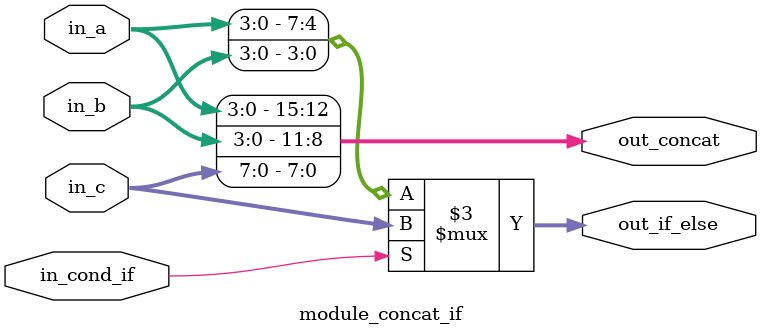
<source format=sv>
module module_concat_if (
    output logic [15:0] out_concat,
    output logic [7:0] out_if_else,
    input wire [3:0] in_a,
    input wire [3:0] in_b,
    input wire [7:0] in_c,
    input wire in_cond_if
);
    always_comb begin
    out_concat = {in_a, in_b, in_c};
    if (in_cond_if) begin
        out_if_else = in_c;
    end else begin
        out_if_else = {in_a, in_b};
    end
    end
endmodule


</source>
